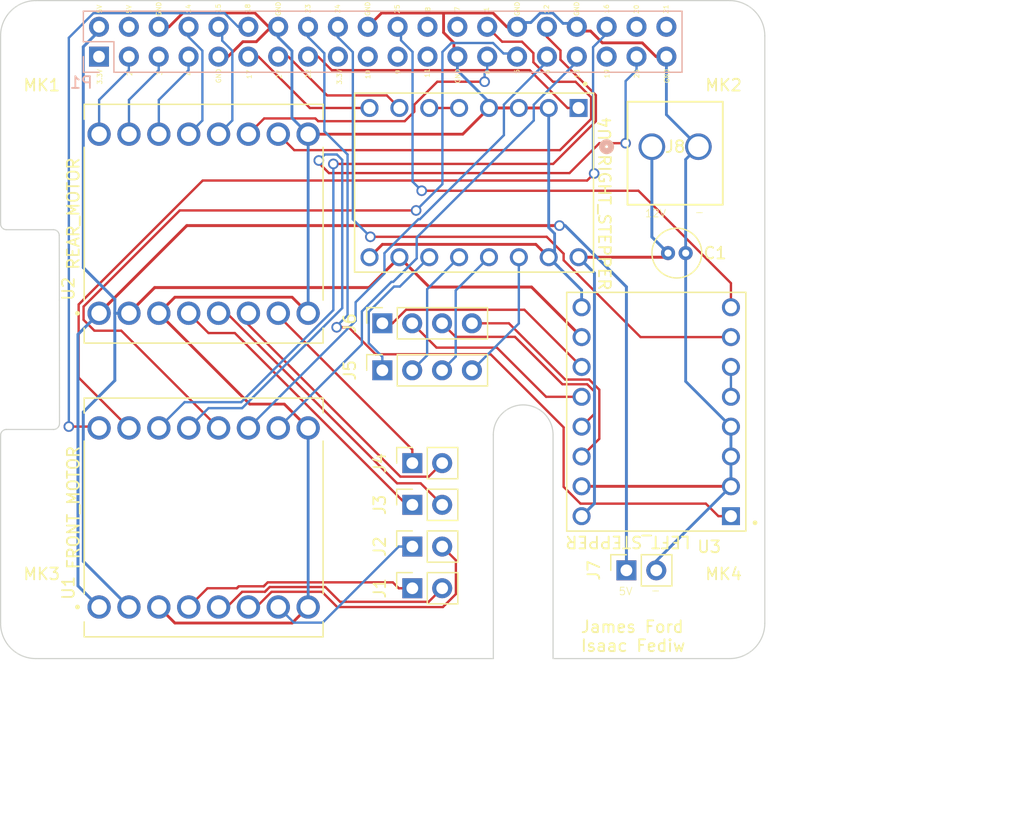
<source format=kicad_pcb>
(kicad_pcb (version 20241229) (generator "pcbnew") (generator_version "9.0")
  (title_block (date "15 nov 2012"))
  (layers (0 "F.Cu" signal) (2 "B.Cu" signal) (13 "F.Paste" user) (15 "B.Paste" user) (5 "F.SilkS" user "F.Silkscreen") (7 "B.SilkS" user "B.Silkscreen") (1 "F.Mask" user) (3 "B.Mask" user) (25 "Edge.Cuts" user))
  (net 0 "")
  (net 1 "+3V3")
  (net 2 "+5V")
  (net 3 "GND")
  (net 4 "LF motor +ve")
  (net 5 "LF motor -ve")
  (net 6 "RF motor +ve")
  (net 7 "RF motor -ve")
  (net 8 "LR motor -ve")
  (net 9 "LR motor +ve")
  (net 10 "RR motor -ve")
  (net 11 "RR motor +ve")
  (net 12 "RIGHT STEPPER BLK")
  (net 13 "RIGHT STEPPER BLUE")
  (net 14 "RIGHT STEPPER RED")
  (net 15 "RIGHT STEPPER GREEN")
  (net 16 "LEFT STEPPER RED")
  (net 17 "LEFT STEPPER BLUE")
  (net 18 "LEFT STEPPER BLK")
  (net 19 "LEFT STEPPER GREEN")
  (net 20 "GPIO 2")
  (net 21 "/GPIO7(SPI1_CE_N)")
  (net 22 "GPIO 22")
  (net 23 "GPIO 27")
  (net 24 "/GPIO19(SPI1_MISO)")
  (net 25 "GPIO 17")
  (net 26 "/DO1")
  (net 27 "/DO2")
  (net 28 "GPIO 16")
  (net 29 "/ADCDIN")
  (net 30 "/ADCDOUT")
  (net 31 "/ADCCLK")
  (net 32 "GPIO 23")
  (net 33 "GPIO 1")
  (net 34 "GPIO 15")
  (net 35 "GPIO 26")
  (net 36 "GPIO 4")
  (net 37 "GPIO 25")
  (net 38 "GPIO 0")
  (net 39 "GPO 3")
  (net 40 "GPIO 5")
  (net 41 "GPIO 12")
  (net 42 "GPIO 13")
  (net 43 "GPIO 18")
  (net 44 "GPIO 14")
  (net 45 "GPIO 24")
  (net 46 "GPIO 6")
  (net 47 "5V battery")
  (net 48 "12V battery")
  (net 49 "/GPIO8(SPI0_CE_N)")
  (net 50 "Net-(U3-~{RESET})")
  (net 51 "Net-(U4-~{RESET})")
  (footprint "MountingHole:MountingHole_2.7mm_M2.5" (layer "F.Cu") (at 133.23 99.51)
    (property "Reference" "MK4")
    (property "Value" "M2.5")
  )
  (footprint "MountingHole:MountingHole_2.7mm_M2.5" (layer "F.Cu") (at 75.23 99.51)
    (property "Reference" "MK3")
    (property "Value" "M2.5")
  )
  (footprint "MountingHole:MountingHole_2.7mm_M2.5" (layer "F.Cu") (at 75.23 50.51 180)
    (property "Reference" "MK1")
    (property "Value" "M2.5")
  )
  (footprint "MountingHole:MountingHole_2.7mm_M2.5" (layer "F.Cu") (at 133.23 50.51 180)
    (property "Reference" "MK2")
    (property "Value" "M2.5")
  )
  (footprint "CONN_B2P-VH_JST:CONN_B2P-VH_JST" (layer "F.Cu") (at 127.1249 59.4455)
    (property "Reference" "J8")
    (property "Value" "12V battery")
  )
  (footprint "footprints:MODULE_ROB-14450" (layer "F.Cu") (at 89 66 90)
    (property "Reference" "U2")
    (property "Value" "TB6612FNG_MOTOR_DRIVER_REAR")
  )
  (footprint "A4988 stepper driver:MODULE_A4988_STEPPER_MOTOR_DRIVER_CARRIER" (layer "F.Cu") (at 127.5 82 180)
    (property "Reference" "U3")
    (property "Value" "A4988_STEPPER_MOTOR_DRIVER_CARRIER_LEFT")
  )
  (footprint "footprints:MODULE_ROB-14450" (layer "F.Cu") (at 89 91 90)
    (property "Reference" "U1")
    (property "Value" "TB6612FNG_MOTOR_DRIVER_FRONT")
  )
  (footprint "Connector_PinSocket_2.54mm:PinSocket_1x02_P2.54mm_Vertical" (layer "F.Cu") (at 124.96 95.5 90)
    (property "Reference" "J7")
    (property "Value" "5.5V battery")
  )
  (footprint "A4988 stepper driver:MODULE_A4988_STEPPER_MOTOR_DRIVER_CARRIER" (layer "F.Cu") (at 112 62.5 -90)
    (property "Reference" "U4")
    (property "Value" "A4988_STEPPER_MOTOR_DRIVER_CARRIER_RIGHT")
  )
  (footprint "Connector_PinSocket_2.54mm:PinSocket_1x04_P2.54mm_Vertical" (layer "F.Cu") (at 104.2 74.475 90)
    (property "Reference" "J6")
    (property "Value" "STEPPER LEFT")
  )
  (footprint "Connector_PinSocket_2.54mm:PinSocket_1x02_P2.54mm_Vertical" (layer "F.Cu") (at 106.75 89.925 90)
    (property "Reference" "J3")
    (property "Value" "LEFT REAR MOTOR")
  )
  (footprint "Connector_PinSocket_2.54mm:PinSocket_1x02_P2.54mm_Vertical" (layer "F.Cu") (at 106.75 93.475 90)
    (property "Reference" "J2")
    (property "Value" "RIGHT FRONT MOTOR")
  )
  (footprint "Capacitor_THT:C_Radial_D4.0mm_H7.0mm_P1.50mm" (layer "F.Cu") (at 128.5 68.5)
    (property "Reference" "C1")
    (property "Value" "1uF")
  )
  (footprint "Connector_PinSocket_2.54mm:PinSocket_1x02_P2.54mm_Vertical" (layer "F.Cu") (at 106.75 86.375 90)
    (property "Reference" "J4")
    (property "Value" "RIGHT REAR MOTOR")
  )
  (footprint "Connector_PinSocket_2.54mm:PinSocket_1x02_P2.54mm_Vertical" (layer "F.Cu") (at 106.75 97.025 90)
    (property "Reference" "J1")
    (property "Value" "LEFT FRONT MOTOR")
  )
  (footprint "Connector_PinSocket_2.54mm:PinSocket_1x04_P2.54mm_Vertical" (layer "F.Cu") (at 104.2 78.475 90)
    (property "Reference" "J5")
    (property "Value" "STEPPER RIGHT")
  )
  (footprint "Connector_PinSocket_2.54mm:PinSocket_2x20_P2.54mm_Vertical" (layer "B.Cu") (at 80.1 51.78 -90)
    (property "Reference" "P1")
    (property "Value" "Conn_02x20_Odd_Even")
  )
  (gr_line (start 71.73 84.01) (end 71.73 100.01) (stroke (width 0.1)) (layer "Edge.Cuts"))
  (gr_line (start 136.73 100.01) (end 136.73 50.01) (stroke (width 0.1)) (layer "Edge.Cuts"))
  (gr_line (start 76.23 83.510099) (end 72.23 83.51) (stroke (width 0.1)) (layer "Edge.Cuts"))
  (gr_arc (start 113.64 83.96) (mid 116.18 81.42) (end 118.72 83.96) (stroke (width 0.1)) (layer "Edge.Cuts"))
  (gr_line (start 118.72 83.96) (end 118.72 103.01) (stroke (width 0.1)) (layer "Edge.Cuts"))
  (gr_arc (start 133.73 47.01) (mid 135.85132 47.88868) (end 136.73 50.01) (stroke (width 0.1)) (layer "Edge.Cuts"))
  (gr_arc (start 72.23 66.51) (mid 71.876447 66.363553) (end 71.73 66.01) (stroke (width 0.1)) (layer "Edge.Cuts"))
  (gr_arc (start 136.73 100.01) (mid 135.85132 102.13132) (end 133.73 103.01) (stroke (width 0.1)) (layer "Edge.Cuts"))
  (gr_arc (start 71.73 84.01) (mid 71.876138 83.656755) (end 72.229127 83.510001) (stroke (width 0.1)) (layer "Edge.Cuts"))
  (gr_arc (start 74.73 103.01) (mid 72.60868 102.13132) (end 71.73 100.01) (stroke (width 0.1)) (layer "Edge.Cuts"))
  (gr_arc (start 71.73 50.01) (mid 72.60868 47.88868) (end 74.73 47.01) (stroke (width 0.1)) (layer "Edge.Cuts"))
  (gr_line (start 133.73 47.01) (end 74.73 47.01) (stroke (width 0.1)) (layer "Edge.Cuts"))
  (gr_line (start 71.73 50.01) (end 71.73 66.01) (stroke (width 0.1)) (layer "Edge.Cuts"))
  (gr_line (start 133.73 103.01) (end 118.72 103.01) (stroke (width 0.1)) (layer "Edge.Cuts"))
  (gr_line (start 76.72 67) (end 76.73 72.5) (stroke (width 0.1)) (layer "Edge.Cuts"))
  (gr_line (start 76.740099 83) (end 76.73 72.5) (stroke (width 0.1)) (layer "Edge.Cuts"))
  (gr_line (start 74.73 103.01) (end 113.64 103.01) (stroke (width 0.1)) (layer "Edge.Cuts"))
  (gr_arc (start 76.23 66.51) (mid 76.576482 66.653518) (end 76.72 67) (stroke (width 0.1)) (layer "Edge.Cuts"))
  (gr_line (start 76.23 66.51) (end 72.23 66.51) (stroke (width 0.1)) (layer "Edge.Cuts"))
  (gr_arc (start 76.740099 83) (mid 76.590694 83.360694) (end 76.23 83.510099) (stroke (width 0.1)) (layer "Edge.Cuts"))
  (gr_line (start 113.64 103.01) (end 113.64 83.96) (stroke (width 0.1)) (layer "Edge.Cuts"))
  (gr_text "-" (at 130.728544 65.386099 0) (layer "F.SilkS") (effects (font (size 0.65 0.65) (thickness 0.0625)) (justify left bottom)))
  (gr_text "5V" (at 124.264048 97.66822 0) (layer "F.SilkS") (effects (font (size 0.65 0.65) (thickness 0.0625)) (justify left bottom)))
  (gr_text "2" (at 82.949377 53.45581 90) (layer "F.SilkS") (effects (font (size 0.4 0.4) (thickness 0.0625)) (justify left bottom)))
  (gr_text "James Ford\nIsaac Fediw" (at 121 102.5 0) (layer "F.SilkS") (effects (font (size 1 1)) (justify left bottom)))
  (gr_text "5V" (at 80.374226 48.129345 90) (layer "F.SilkS") (effects (font (size 0.4 0.4) (thickness 0.0625)) (justify left bottom)))
  (gr_text "22" (at 98.142394 53.68361 90) (layer "F.SilkS") (effects (font (size 0.4 0.4) (thickness 0.0625)) (justify left bottom)))
  (gr_text "3.3V" (at 80.399279 54.183505 90) (layer "F.SilkS") (effects (font (size 0.4 0.4) (thickness 0.0625)) (justify left bottom)))
  (gr_text "REAR_MOTOR" (at 78.5 70 90) (layer "F.SilkS") (effects (font (size 1 1)) (justify left bottom)))
  (gr_text "4" (at 88.017935 53.449482 90) (layer "F.SilkS") (effects (font (size 0.4 0.4) (thickness 0.0625)) (justify left bottom)))
  (gr_text "9" (at 105.767377 53.329254 90) (layer "F.SilkS") (effects (font (size 0.4 0.4) (thickness 0.0625)) (justify left bottom)))
  (gr_text "GND\n" (at 85.422175 48.373751 90) (layer "F.SilkS") (effects (font (size 0.4 0.4) (thickness 0.0625)) (justify left bottom)))
  (gr_text "11" (at 108.254198 53.601349 90) (layer "F.SilkS") (effects (font (size 0.4 0.4) (thickness 0.0625)) (justify left bottom)))
  (gr_text "19" (at 123.548459 53.664627 90) (layer "F.SilkS") (effects (font (size 0.4 0.4) (thickness 0.0625)) (justify left bottom)))
  (gr_text "14\n" (at 87.941449 48.129345 90) (layer "F.SilkS") (effects (font (size 0.4 0.4) (thickness 0.0625)) (justify left bottom)))
  (gr_text "GND" (at 110.84859 54.101244 90) (layer "F.SilkS") (effects (font (size 0.4 0.4) (thickness 0.0625)) (justify left bottom)))
  (gr_text "GND" (at 90.511921 54.076038 90) (layer "F.SilkS") (effects (font (size 0.4 0.4) (thickness 0.0625)) (justify left bottom)))
  (gr_text "GND" (at 128.636 54.082261 90) (layer "F.SilkS") (effects (font (size 0.4 0.4) (thickness 0.0625)) (justify left bottom)))
  (gr_text "8" (at 108.310795 47.96878 90) (layer "F.SilkS") (effects (font (size 0.4 0.4) (thickness 0.0625)) (justify left bottom)))
  (gr_text "GND" (at 95.583875 48.364351 90) (layer "F.SilkS") (effects (font (size 0.4 0.4) (thickness 0.0625)) (justify left bottom)))
  (gr_text "FRONT_MOTOR" (at 78.5 95.5 90) (layer "F.SilkS") (effects (font (size 1 1)) (justify left bottom)))
  (gr_text "21" (at 128.56005 48.157545 90) (layer "F.SilkS") (effects (font (size 0.4 0.4) (thickness 0.0625)) (justify left bottom)))
  (gr_text "12" (at 118.39835 48.157545 90) (layer "F.SilkS") (effects (font (size 0.4 0.4) (thickness 0.0625)) (justify left bottom)))
  (gr_text "18" (at 92.989398 48.091743 90) (layer "F.SilkS") (effects (font (size 0.4 0.4) (thickness 0.0625)) (justify left bottom)))
  (gr_text "GND" (at 120.964625 48.364351 90) (layer "F.SilkS") (effects (font (size 0.4 0.4) (thickness 0.0625)) (justify left bottom)))
  (gr_text "25" (at 105.698574 48.148145 90) (layer "F.SilkS") (effects (font (size 0.4 0.4) (thickness 0.0625)) (justify left bottom)))
  (gr_text "27" (at 95.668229 53.708921 90) (layer "F.SilkS") (effects (font (size 0.4 0.4) (thickness 0.0625)) (justify left bottom)))
  (gr_text "0" (at 113.386033 53.34191 90) (layer "F.SilkS") (effects (font (size 0.4 0.4) (thickness 0.0625)) (justify left bottom)))
  (gr_text "6" (at 118.467246 53.297615 90) (layer "F.SilkS") (effects (font (size 0.4 0.4) (thickness 0.0625)) (justify left bottom)))
  (gr_text "3" (at 85.499475 53.417843 90) (layer "F.SilkS") (effects (font (size 0.4 0.4) (thickness 0.0625)) (justify left bottom)))
  (gr_text "5V" (at 82.8841 48.148145 90) (layer "F.SilkS") (effects (font (size 0.4 0.4) (thickness 0.0625)) (justify left bottom)))
  (gr_text "-" (at 127 97.582794 0) (layer "F.SilkS") (effects (font (size 0.65 0.65) (thickness 0.0625)) (justify left bottom)))
  (gr_text "LEFT_STEPPER" (at 130.5 92.5 180) (layer "F.SilkS") (effects (font (size 1 1)) (justify left bottom)))
  (gr_text "RIGHT_STEPPER" (at 122.5 60 270) (layer "F.SilkS") (effects (font (size 1 1)) (justify left bottom)))
  (gr_text "10" (at 103.204624 53.721577 90) (layer "F.SilkS") (effects (font (size 0.4 0.4) (thickness 0.0625)) (justify left bottom)))
  (gr_text "GND" (at 103.1887 48.364351 90) (layer "F.SilkS") (effects (font (size 0.4 0.4) (thickness 0.0625)) (justify left bottom)))
  (gr_text "20" (at 126.050176 48.166945 90) (layer "F.SilkS") (effects (font (size 0.4 0.4) (thickness 0.0625)) (justify left bottom)))
  (gr_text "23" (at 98.103149 48.119944 90) (layer "F.SilkS") (effects (font (size 0.4 0.4) (thickness 0.0625)) (justify left bottom)))
  (gr_text "3.3V" (at 100.788247 54.196266 90) (layer "F.SilkS") (effects (font (size 0.4 0.4) (thickness 0.0625)) (justify left bottom)))
  (gr_text "13" (at 121.004688 53.670955 90) (layer "F.SilkS") (effects (font (size 0.4 0.4) (thickness 0.0625)) (justify left bottom)))
  (gr_text "5" (at 115.891837 53.278632 90) (layer "F.SilkS") (effects (font (size 0.4 0.4) (thickness 0.0625)) (justify left bottom)))
  (gr_text "12V" (at 126.5 65.5 0) (layer "F.SilkS") (effects (font (size 0.65 0.65) (thickness 0.0625)) (justify left bottom)))
  (gr_text "7" (at 110.812325 47.950739 90) (layer "F.SilkS") (effects (font (size 0.4 0.4) (thickness 0.0625)) (justify left bottom)))
  (gr_text "1" (at 113.293999 47.97894 90) (layer "F.SilkS") (effects (font (size 0.4 0.4) (thickness 0.0625)) (justify left bottom)))
  (gr_text "26" (at 126.073246 53.658299 90) (layer "F.SilkS") (effects (font (size 0.4 0.4) (thickness 0.0625)) (justify left bottom)))
  (gr_text "24" (at 100.631824 48.129344 90) (layer "F.SilkS") (effects (font (size 0.4 0.4) (thickness 0.0625)) (justify left bottom)))
  (gr_text "16" (at 123.5027 48.129344 90) (layer "F.SilkS") (effects (font (size 0.4 0.4) (thickness 0.0625)) (justify left bottom)))
  (gr_text "17" (at 93.118131 53.715249 90) (layer "F.SilkS") (effects (font (size 0.4 0.4) (thickness 0.0625)) (justify left bottom)))
  (gr_text "15" (at 90.479524 48.091743 90) (layer "F.SilkS") (effects (font (size 0.4 0.4) (thickness 0.0625)) (justify left bottom)))
  (gr_text "GND" (at 115.907276 48.364351 90) (layer "F.SilkS") (effects (font (size 0.4 0.4) (thickness 0.0625)) (justify left bottom)))
  (segment (start 84.8371 71.4329) (end 103.0672 71.4329) (width 0.25) (layer "F.Cu") (net 2))
  (segment (start 108.1905 71.3905) (end 105.65 68.85) (width 0.25) (layer "F.Cu") (net 2))
  (segment (start 116.8905 71.3905) (end 108.1905 71.3905) (width 0.25) (layer "F.Cu") (net 2))
  (segment (start 82.65 73.62) (end 84.8371 71.4329) (width 0.25) (layer "F.Cu") (net 2))
  (segment (start 121.15 75.65) (end 116.8905 71.3905) (width 0.25) (layer "F.Cu") (net 2))
  (segment (start 103.0672 71.4328) (end 105.65 68.85) (width 0.25) (layer "F.Cu") (net 2))
  (segment (start 103.0672 71.4329) (end 103.0672 71.4328) (width 0.25) (layer "F.Cu") (net 2))
  (segment (start 80.1 49.24) (end 80.1 49.6077) (width 0.25) (layer "B.Cu") (net 2))
  (segment (start 78.7637 69.7336) (end 81.446 72.4159) (width 0.25) (layer "B.Cu") (net 2))
  (segment (start 81.446 73.62) (end 82.65 73.62) (width 0.25) (layer "B.Cu") (net 2))
  (segment (start 78.7637 82.0283) (end 78.7637 94.7337) (width 0.25) (layer "B.Cu") (net 2))
  (segment (start 80.1 49.6077) (end 78.7637 50.944) (width 0.25) (layer "B.Cu") (net 2))
  (segment (start 81.446 79.346) (end 78.7637 82.0283) (width 0.25) (layer "B.Cu") (net 2))
  (segment (start 81.446 72.4159) (end 81.446 73.62) (width 0.25) (layer "B.Cu") (net 2))
  (segment (start 78.7637 94.7337) (end 82.65 98.62) (width 0.25) (layer "B.Cu") (net 2))
  (segment (start 78.7637 50.944) (end 78.7637 69.7336) (width 0.25) (layer "B.Cu") (net 2))
  (segment (start 81.446 73.62) (end 81.446 79.346) (width 0.25) (layer "B.Cu") (net 2))
  (segment (start 85.19 73.62) (end 92.9207 81.3507) (width 0.24) (layer "F.Cu") (net 3))
  (segment (start 97.89 98.62) (end 96.5283 99.9817) (width 0.24) (layer "F.Cu") (net 3))
  (segment (start 93.3555 48.063) (end 94.5325 49.24) (width 0.24) (layer "F.Cu") (net 3))
  (segment (start 128.36 51.78) (end 127.4813 51.78) (width 0.24) (layer "F.Cu") (net 3))
  (segment (start 96.5232 72.2532) (end 97.89 73.62) (width 0.24) (layer "F.Cu") (net 3))
  (segment (start 110.287 50.6083) (end 110.287 51.487) (width 0.24) (layer "F.Cu") (net 3))
  (segment (start 85.18 49.24) (end 86.0588 49.24) (width 0.24) (layer "F.Cu") (net 3))
  (segment (start 86.0588 49.24) (end 87.2358 48.063) (width 0.24) (layer "F.Cu") (net 3))
  (segment (start 93.4842 50.51) (end 94.7542 49.24) (width 0.24) (layer "F.Cu") (net 3))
  (segment (start 121.9117 49.6042) (end 121.1042 49.6042) (width 0.24) (layer "F.Cu") (net 3))
  (segment (start 97.89 58.38) (end 111.04 58.38) (width 0.24) (layer "F.Cu") (net 3))
  (segment (start 90.26 51.78) (end 91.0675 51.78) (width 0.24) (layer "F.Cu") (net 3))
  (segment (start 86.5517 99.9817) (end 85.19 98.62) (width 0.24) (layer "F.Cu") (net 3))
  (segment (start 95.8607 81.3507) (end 97.89 83.38) (width 0.24) (layer "F.Cu") (net 3))
  (segment (start 92.9207 81.3507) (end 95.8607 81.3507) (width 0.24) (layer "F.Cu") (net 3))
  (segment (start 114.7365 56.15) (end 118.35 56.15) (width 0.24) (layer "F.Cu") (net 3))
  (segment (start 94.5325 49.24) (end 95.34 49.24) (width 0.24) (layer "F.Cu") (net 3))
  (segment (start 127.4813 51.78) (end 126.3096 50.6083) (width 0.24) (layer "F.Cu") (net 3))
  (segment (start 113.6096 48.0683) (end 109.4083 48.0683) (width 0.24) (layer "F.Cu") (net 3))
  (segment (start 114.7365 56.15) (end 113.27 56.15) (width 0.24) (layer "F.Cu") (net 3))
  (segment (start 86.5568 72.2532) (end 96.5232 72.2532) (width 0.24) (layer "F.Cu") (net 3))
  (segment (start 104.1317 48.0683) (end 104.5 48.0683) (width 0.24) (layer "F.Cu") (net 3))
  (segment (start 91.0675 51.78) (end 92.3375 50.51) (width 0.24) (layer "F.Cu") (net 3))
  (segment (start 109.4083 49.7296) (end 109.4083 48.0683) (width 0.24) (layer "F.Cu") (net 3))
  (segment (start 111.04 58.38) (end 113.27 56.15) (width 0.24) (layer "F.Cu") (net 3))
  (segment (start 96.5283 99.9817) (end 86.5517 99.9817) (width 0.24) (layer "F.Cu") (net 3))
  (segment (start 85.19 73.62) (end 86.5568 72.2532) (width 0.24) (layer "F.Cu") (net 3))
  (segment (start 115.66 49.24) (end 114.7813 49.24) (width 0.24) (layer "F.Cu") (net 3))
  (segment (start 104.2025 67.7575) (end 117.2575 67.7575) (width 0.24) (layer "F.Cu") (net 3))
  (segment (start 115.81 56.15) (end 114.7365 56.15) (width 0.24) (layer "F.Cu") (net 3))
  (segment (start 114.7813 49.24) (end 113.6096 48.0683) (width 0.24) (layer "F.Cu") (net 3))
  (segment (start 117.2575 67.7575) (end 118.35 68.85) (width 0.24) (layer "F.Cu") (net 3))
  (segment (start 126.3096 50.6083) (end 122.9158 50.6083) (width 0.24) (layer "F.Cu") (net 3))
  (segment (start 94.7542 49.24) (end 95.34 49.24) (width 0.24) (layer "F.Cu") (net 3))
  (segment (start 121.1042 49.6042) (end 120.74 49.24) (width 0.24) (layer "F.Cu") (net 3))
  (segment (start 122.9158 50.6083) (end 121.9117 49.6042) (width 0.24) (layer "F.Cu") (net 3))
  (segment (start 92.3375 50.51) (end 93.4842 50.51) (width 0.24) (layer "F.Cu") (net 3))
  (segment (start 110.287 51.487) (end 110.58 51.78) (width 0.24) (layer "F.Cu") (net 3))
  (segment (start 103.11 68.85) (end 104.2025 67.7575) (width 0.24) (layer "F.Cu") (net 3))
  (segment (start 102.96 49.24) (end 104.1317 48.0683) (width 0.24) (layer "F.Cu") (net 3))
  (segment (start 87.2358 48.063) (end 93.3555 48.063) (width 0.24) (layer "F.Cu") (net 3))
  (segment (start 104.5 48.0683) (end 109.4083 48.0683) (width 0.24) (layer "F.Cu") (net 3))
  (segment (start 110.287 50.6083) (end 109.4083 49.7296) (width 0.24) (layer "F.Cu") (net 3))
  (segment (start 121.15 88.35) (end 133.85 88.35) (width 0.24) (layer "F.Cu") (net 3))
  (segment (start 118.35 68.85) (end 119.1875 69.6875) (width 0.24) (layer "B.Cu") (net 3))
  (segment (start 128.36 56.7206) (end 131.0849 59.4455) (width 0.24) (layer "B.Cu") (net 3))
  (segment (start 133.85 88.35) (end 133.85 85.81) (width 0.24) (layer "B.Cu") (net 3))
  (segment (start 95.34 49.24) (end 95.34 50.1187) (width 0.24) (layer "B.Cu") (net 3))
  (segment (start 127.5 94.7) (end 133.85 88.35) (width 0.24) (layer "B.Cu") (net 3))
  (segment (start 130 79.42) (end 133.85 83.27) (width 0.24) (layer "B.Cu") (net 3))
  (segment (start 118.8527 69.3527) (end 119.1875 69.6875) (width 0.24) (layer "B.Cu") (net 3))
  (segment (start 110.58 52.9517) (end 113.27 55.6417) (width 0.24) (layer "B.Cu") (net 3))
  (segment (start 120.4471 48.9471) (end 120.74 49.24) (width 0.24) (layer "B.Cu") (net 3))
  (segment (start 130 60.5304) (end 130 68.5) (width 0.24) (layer "B.Cu") (net 3))
  (segment (start 113.27 55.6417) (end 113.27 56.15) (width 0.24) (layer "B.Cu") (net 3))
  (segment (start 119.5683 48.9471) (end 118.6863 48.0651) (width 0.24) (layer "B.Cu") (net 3))
  (segment (start 97.89 73.62) (end 97.89 58.38) (width 0.24) (layer "B.Cu") (net 3))
  (segment (start 116.0242 48.8758) (end 115.66 49.24) (width 0.24) (layer "B.Cu") (net 3))
  (segment (start 96.5117 51.2904) (end 96.5117 57.0017) (width 0.24) (layer "B.Cu") (net 3))
  (segment (start 95.34 50.1187) (end 96.5117 51.2904) (width 0.24) (layer "B.Cu") (net 3))
  (segment (start 118.6863 48.0651) (end 117.6424 48.0651) (width 0.24) (layer "B.Cu") (net 3))
  (segment (start 96.5117 57.0017) (end 97.89 58.38) (width 0.24) (layer "B.Cu") (net 3))
  (segment (start 97.89 83.38) (end 97.89 98.62) (width 0.24) (layer "B.Cu") (net 3))
  (segment (start 118.35 56.15) (end 118.35 66.3342) (width 0.24) (layer "B.Cu") (net 3))
  (segment (start 131.0849 59.4455) (end 130 60.5304) (width 0.24) (layer "B.Cu") (net 3))
  (segment (start 119.5683 48.9471) (end 120.4471 48.9471) (width 0.24) (layer "B.Cu") (net 3))
  (segment (start 121.15 71.65) (end 121.15 73.11) (width 0.24) (layer "B.Cu") (net 3))
  (segment (start 128.36 51.78) (end 128.36 56.7206) (width 0.24) (layer "B.Cu") (net 3))
  (segment (start 118.35 66.3342) (end 118.8527 66.8369) (width 0.24) (layer "B.Cu") (net 3))
  (segment (start 133.85 85.81) (end 133.85 83.27) (width 0.24) (layer "B.Cu") (net 3))
  (segment (start 110.58 51.78) (end 110.58 52.9517) (width 0.24) (layer "B.Cu") (net 3))
  (segment (start 118.8527 66.8369) (end 118.8527 69.3527) (width 0.24) (layer "B.Cu") (net 3))
  (segment (start 116.8317 48.8758) (end 116.0242 48.8758) (width 0.24) (layer "B.Cu") (net 3))
  (segment (start 127.5 95.5) (end 127.5 94.7) (width 0.24) (layer "B.Cu") (net 3))
  (segment (start 119.1875 69.6875) (end 121.15 71.65) (width 0.24) (layer "B.Cu") (net 3))
  (segment (start 117.6424 48.0651) (end 116.8317 48.8758) (width 0.24) (layer "B.Cu") (net 3))
  (segment (start 130 68.5) (end 130 79.42) (width 0.24) (layer "B.Cu") (net 3))
  (segment (start 94.3801 97.1588) (end 94.2153 97.3236) (width 0.2) (layer "F.Cu") (net 4))
  (segment (start 109.29 97.025) (end 108.1383 98.1767) (width 0.2) (layer "F.Cu") (net 4))
  (segment (start 108.1383 98.1767) (end 100.6041 98.1767) (width 0.2) (layer "F.Cu") (net 4))
  (segment (start 99.3508 96.9234) (end 94.6155 96.9234) (width 0.2) (layer "F.Cu") (net 4))
  (segment (start 94.2153 97.3236) (end 92.2797 97.3236) (width 0.2) (layer "F.Cu") (net 4))
  (segment (start 92.2797 97.3236) (end 90.9833 98.62) (width 0.2) (layer "F.Cu") (net 4))
  (segment (start 94.6155 96.9234) (end 94.3801 97.1588) (width 0.2) (layer "F.Cu") (net 4))
  (segment (start 100.6041 98.1767) (end 99.3508 96.9234) (width 0.2) (layer "F.Cu") (net 4))
  (segment (start 94.3801 97.1588) (end 94.2153 97.3236) (width 0.2) (layer "F.Cu") (net 4))
  (segment (start 90.9833 98.62) (end 90.27 98.62) (width 0.2) (layer "F.Cu") (net 4))
  (segment (start 91.8253 97.0235) (end 89.3265 97.0235) (width 0.2) (layer "F.Cu") (net 5))
  (segment (start 94.2138 96.7571) (end 94.1122 96.8587) (width 0.2) (layer "F.Cu") (net 5))
  (segment (start 91.9901 96.8587) (end 91.8253 97.0235) (width 0.2) (layer "F.Cu") (net 5))
  (segment (start 105.5983 97.025) (end 105.095 96.5217) (width 0.2) (layer "F.Cu") (net 5))
  (segment (start 105.095 96.5217) (end 94.4492 96.5217) (width 0.2) (layer "F.Cu") (net 5))
  (segment (start 94.4492 96.5217) (end 94.2138 96.7571) (width 0.2) (layer "F.Cu") (net 5))
  (segment (start 106.75 97.025) (end 105.5983 97.025) (width 0.2) (layer "F.Cu") (net 5))
  (segment (start 94.2138 96.7571) (end 94.1122 96.8587) (width 0.2) (layer "F.Cu") (net 5))
  (segment (start 89.3265 97.0235) (end 87.73 98.62) (width 0.2) (layer "F.Cu") (net 5))
  (segment (start 91.9901 96.8587) (end 91.8253 97.0235) (width 0.2) (layer "F.Cu") (net 5))
  (segment (start 94.1122 96.8587) (end 91.9901 96.8587) (width 0.2) (layer "F.Cu") (net 5))
  (segment (start 93.4869 98.62) (end 92.81 98.62) (width 0.2) (layer "F.Cu") (net 6))
  (segment (start 94.7818 97.3251) (end 93.4869 98.62) (width 0.2) (layer "F.Cu") (net 6))
  (segment (start 110.4562 97.518) (end 109.3493 98.6249) (width 0.2) (layer "F.Cu") (net 6))
  (segment (start 109.29 93.475) (end 110.4562 94.6412) (width 0.2) (layer "F.Cu") (net 6))
  (segment (start 99.0628 97.3251) (end 94.7818 97.3251) (width 0.2) (layer "F.Cu") (net 6))
  (segment (start 109.3493 98.6249) (end 100.3626 98.6249) (width 0.2) (layer "F.Cu") (net 6))
  (segment (start 110.4562 94.6412) (end 110.4562 97.518) (width 0.2) (layer "F.Cu") (net 6))
  (segment (start 100.3626 98.6249) (end 99.0628 97.3251) (width 0.2) (layer "F.Cu") (net 6))
  (segment (start 95.35 98.62) (end 96.6789 99.9489) (width 0.2) (layer "B.Cu") (net 7))
  (segment (start 106.75 93.475) (end 105.5983 93.475) (width 0.2) (layer "B.Cu") (net 7))
  (segment (start 96.6789 99.9489) (end 99.1244 99.9489) (width 0.2) (layer "B.Cu") (net 7))
  (segment (start 99.1244 99.9489) (end 105.5983 93.475) (width 0.2) (layer "B.Cu") (net 7))
  (segment (start 105.4519 88.0911) (end 107.4561 88.0911) (width 0.2) (layer "F.Cu") (net 8))
  (segment (start 90.9808 73.62) (end 105.4519 88.0911) (width 0.2) (layer "F.Cu") (net 8))
  (segment (start 107.4561 88.0911) (end 109.29 89.925) (width 0.2) (layer "F.Cu") (net 8))
  (segment (start 90.27 73.62) (end 90.9808 73.62) (width 0.2) (layer "F.Cu") (net 8))
  (segment (start 89.4152 75.3052) (end 87.73 73.62) (width 0.2) (layer "F.Cu") (net 9))
  (segment (start 91.6536 75.3052) (end 89.4152 75.3052) (width 0.2) (layer "F.Cu") (net 9))
  (segment (start 106.2734 89.925) (end 91.6536 75.3052) (width 0.2) (layer "F.Cu") (net 9))
  (segment (start 106.75 89.925) (end 106.2734 89.925) (width 0.2) (layer "F.Cu") (net 9))
  (segment (start 106.75 86.375) (end 106.75 85.2233) (width 0.2) (layer "F.Cu") (net 10))
  (segment (start 95.35 73.8233) (end 95.35 73.62) (width 0.2) (layer "F.Cu") (net 10))
  (segment (start 106.75 85.2233) (end 95.35 73.8233) (width 0.2) (layer "F.Cu") (net 10))
  (segment (start 92.81 74.6014) (end 105.7353 87.5267) (width 0.2) (layer "F.Cu") (net 11))
  (segment (start 108.1383 87.5267) (end 109.29 86.375) (width 0.2) (layer "F.Cu") (net 11))
  (segment (start 92.81 73.62) (end 92.81 74.6014) (width 0.2) (layer "F.Cu") (net 11))
  (segment (start 105.7353 87.5267) (end 108.1383 87.5267) (width 0.2) (layer "F.Cu") (net 11))
  (segment (start 115.81 74.485) (end 115.81 68.85) (width 0.2) (layer "B.Cu") (net 12))
  (segment (start 111.82 78.475) (end 115.81 74.485) (width 0.2) (layer "B.Cu") (net 12))
  (segment (start 108.0099 71.5701) (end 110.73 68.85) (width 0.2) (layer "B.Cu") (net 13))
  (segment (start 108.0099 77.2051) (end 108.0099 71.5701) (width 0.2) (layer "B.Cu") (net 13))
  (segment (start 106.74 78.475) (end 108.0099 77.2051) (width 0.2) (layer "B.Cu") (net 13))
  (segment (start 104.2 77.3233) (end 103.0483 76.1716) (width 0.2) (layer "B.Cu") (net 14))
  (segment (start 103.0483 76.1716) (end 103.0483 73.4934) (width 0.2) (layer "B.Cu") (net 14))
  (segment (start 103.0483 73.4934) (end 105.1942 71.3475) (width 0.2) (layer "B.Cu") (net 14))
  (segment (start 105.1942 71.3475) (end 105.6925 71.3475) (width 0.2) (layer "B.Cu") (net 14))
  (segment (start 104.2 78.475) (end 104.2 77.3233) (width 0.2) (layer "B.Cu") (net 14))
  (segment (start 105.6925 71.3475) (end 108.19 68.85) (width 0.2) (layer "B.Cu") (net 14))
  (segment (start 113.27 68.85) (end 110.44 71.68) (width 0.2) (layer "B.Cu") (net 15))
  (segment (start 110.44 77.315) (end 109.28 78.475) (width 0.2) (layer "B.Cu") (net 15))
  (segment (start 110.44 71.68) (end 110.44 77.315) (width 0.2) (layer "B.Cu") (net 15))
  (segment (start 105.0637 74.475) (end 106.2154 73.3233) (width 0.2) (layer "F.Cu") (net 16))
  (segment (start 116.2833 73.3233) (end 121.15 78.19) (width 0.2) (layer "F.Cu") (net 16))
  (segment (start 104.2 74.475) (end 105.0637 74.475) (width 0.2) (layer "F.Cu") (net 16))
  (segment (start 106.2154 73.3233) (end 116.2833 73.3233) (width 0.2) (layer "F.Cu") (net 16))
  (segment (start 118.1252 80.73) (end 113.9398 76.5446) (width 0.2) (layer "F.Cu") (net 17))
  (segment (start 108.8096 76.5446) (end 106.74 74.475) (width 0.2) (layer "F.Cu") (net 17))
  (segment (start 121.15 80.73) (end 118.1252 80.73) (width 0.2) (layer "F.Cu") (net 17))
  (segment (start 113.9398 76.5446) (end 108.8096 76.5446) (width 0.2) (layer "F.Cu") (net 17))
  (segment (start 111.82 74.475) (end 114.9657 74.475) (width 0.2) (layer "F.Cu") (net 18))
  (segment (start 121.79 79.2616) (end 122.6547 80.1263) (width 0.2) (layer "F.Cu") (net 18))
  (segment (start 119.7523 79.2616) (end 121.79 79.2616) (width 0.2) (layer "F.Cu") (net 18))
  (segment (start 122.6547 80.1263) (end 122.6547 84.3053) (width 0.2) (layer "F.Cu") (net 18))
  (segment (start 114.9657 74.475) (end 119.7523 79.2616) (width 0.2) (layer "F.Cu") (net 18))
  (segment (start 122.6547 84.3053) (end 121.15 85.81) (width 0.2) (layer "F.Cu") (net 18))
  (segment (start 109.28 74.475) (end 110.4332 75.6282) (width 0.2) (layer "F.Cu") (net 19))
  (segment (start 119.5154 79.6633) (end 121.6237 79.6633) (width 0.2) (layer "F.Cu") (net 19))
  (segment (start 122.253 80.2926) (end 122.253 82.167) (width 0.2) (layer "F.Cu") (net 19))
  (segment (start 121.6237 79.6633) (end 122.253 80.2926) (width 0.2) (layer "F.Cu") (net 19))
  (segment (start 115.4803 75.6282) (end 119.5154 79.6633) (width 0.2) (layer "F.Cu") (net 19))
  (segment (start 110.4332 75.6282) (end 115.4803 75.6282) (width 0.2) (layer "F.Cu") (net 19))
  (segment (start 122.253 82.167) (end 121.15 83.27) (width 0.2) (layer "F.Cu") (net 19))
  (segment (start 80.11 55.4617) (end 82.64 52.9317) (width 0.2) (layer "B.Cu") (net 20))
  (segment (start 82.64 51.78) (end 82.64 52.9317) (width 0.2) (layer "B.Cu") (net 20))
  (segment (start 80.11 58.38) (end 80.11 55.4617) (width 0.2) (layer "B.Cu") (net 20))
  (segment (start 120.89 56.15) (end 119.9566 56.15) (width 0.2) (layer "F.Cu") (net 22))
  (segment (start 116.7383 52.9317) (end 99.8954 52.9317) (width 0.2) (layer "F.Cu") (net 22))
  (segment (start 99.8954 52.9317) (end 98.7437 51.78) (width 0.2) (layer "F.Cu") (net 22))
  (segment (start 98.7437 51.78) (end 97.88 51.78) (width 0.2) (layer "F.Cu") (net 22))
  (segment (start 119.9566 56.15) (end 116.7383 52.9317) (width 0.2) (layer "F.Cu") (net 22))
  (segment (start 96.2038 51.78) (end 99.5056 55.0818) (width 0.2) (layer "F.Cu") (net 23))
  (segment (start 95.34 51.78) (end 96.2038 51.78) (width 0.2) (layer "F.Cu") (net 23))
  (segment (start 104.5818 55.0818) (end 105.65 56.15) (width 0.2) (layer "F.Cu") (net 23))
  (segment (start 99.5056 55.0818) (end 104.5818 55.0818) (width 0.2) (layer "F.Cu") (net 23))
  (segment (start 98.0338 56.15) (end 103.11 56.15) (width 0.2) (layer "F.Cu") (net 25))
  (segment (start 93.6638 51.78) (end 98.0338 56.15) (width 0.2) (layer "F.Cu") (net 25))
  (segment (start 92.8 51.78) (end 93.6638 51.78) (width 0.2) (layer "F.Cu") (net 25))
  (segment (start 121.6167 62.3236) (end 122.2149 61.7254) (width 0.2) (layer "F.Cu") (net 28))
  (segment (start 82.65 83.38) (end 78.3703 79.1003) (width 0.2) (layer "F.Cu") (net 28))
  (segment (start 78.3703 72.8732) (end 88.9199 62.3236) (width 0.2) (layer "F.Cu") (net 28))
  (segment (start 78.3703 79.1003) (end 78.3703 72.8732) (width 0.2) (layer "F.Cu") (net 28))
  (segment (start 88.9199 62.3236) (end 121.6167 62.3236) (width 0.2) (layer "F.Cu") (net 28))
  (via (at 122.2149 61.7254) (size 0.9) (drill 0.6) (layers "F.Cu" "B.Cu") (net 28))
  (segment (start 123.28 49.24) (end 123.28 49.8158) (width 0.2) (layer "B.Cu") (net 28))
  (segment (start 123.28 49.8158) (end 122.1241 50.9717) (width 0.2) (layer "B.Cu") (net 28))
  (segment (start 122.1241 50.9717) (end 122.1241 61.6346) (width 0.2) (layer "B.Cu") (net 28))
  (segment (start 122.1241 61.6346) (end 122.2149 61.7254) (width 0.2) (layer "B.Cu") (net 28))
  (segment (start 119.6208 83.3302) (end 119.6208 88.3921) (width 0.2) (layer "F.Cu") (net 32))
  (segment (start 119.6208 88.3921) (end 121.052 89.8233) (width 0.2) (layer "F.Cu") (net 32))
  (segment (start 101.332069 74.814669) (end 103.6285 77.1111) (width 0.2) (layer "F.Cu") (net 32))
  (segment (start 121.052 89.8233) (end 131.7166 89.8233) (width 0.2) (layer "F.Cu") (net 32))
  (segment (start 100.314669 74.814669) (end 101.332069 74.814669) (width 0.2) (layer "F.Cu") (net 32))
  (segment (start 132.7833 90.89) (end 133.85 90.89) (width 0.2) (layer "F.Cu") (net 32))
  (segment (start 113.4017 77.1111) (end 119.6208 83.3302) (width 0.2) (layer "F.Cu") (net 32))
  (segment (start 131.7166 89.8233) (end 132.7833 90.89) (width 0.2) (layer "F.Cu") (net 32))
  (segment (start 103.6285 77.1111) (end 113.4017 77.1111) (width 0.2) (layer "F.Cu") (net 32))
  (via (at 100.314669 74.814669) (size 0.9) (drill 0.6) (layers "F.Cu" "B.Cu") (net 32))
  (segment (start 100.314669 74.719731) (end 101.2419 73.7925) (width 0.2) (layer "B.Cu") (net 32))
  (segment (start 99.2683 58.1343) (end 99.2683 51.4921) (width 0.2) (layer "B.Cu") (net 32))
  (segment (start 97.88 50.1038) (end 97.88 49.24) (width 0.2) (layer "B.Cu") (net 32))
  (segment (start 99.2683 51.4921) (end 97.88 50.1038) (width 0.2) (layer "B.Cu") (net 32))
  (segment (start 101.2419 73.7925) (end 101.2419 60.1079) (width 0.2) (layer "B.Cu") (net 32))
  (segment (start 101.2419 60.1079) (end 99.2683 58.1343) (width 0.2) (layer "B.Cu") (net 32))
  (segment (start 117.0483 52.2571) (end 118.7126 53.9214) (width 0.2) (layer "F.Cu") (net 33))
  (segment (start 117.0483 51.48) (end 117.0483 52.2571) (width 0.2) (layer "F.Cu") (net 33))
  (segment (start 114.39 50.51) (end 116.0783 50.51) (width 0.2) (layer "F.Cu") (net 33))
  (segment (start 119.3061 59.741) (end 96.711 59.741) (width 0.2) (layer "F.Cu") (net 33))
  (segment (start 120.6379 53.9214) (end 121.9567 55.2402) (width 0.2) (layer "F.Cu") (net 33))
  (segment (start 121.9567 55.2402) (end 121.9567 57.0904) (width 0.2) (layer "F.Cu") (net 33))
  (segment (start 96.711 59.741) (end 95.35 58.38) (width 0.2) (layer "F.Cu") (net 33))
  (segment (start 121.9567 57.0904) (end 119.3061 59.741) (width 0.2) (layer "F.Cu") (net 33))
  (segment (start 118.7126 53.9214) (end 120.6379 53.9214) (width 0.2) (layer "F.Cu") (net 33))
  (segment (start 113.12 49.24) (end 114.39 50.51) (width 0.2) (layer "F.Cu") (net 33))
  (segment (start 116.0783 50.51) (end 117.0483 51.48) (width 0.2) (layer "F.Cu") (net 33))
  (segment (start 90.5781 49.5581) (end 90.5781 50.4219) (width 0.2) (layer "B.Cu") (net 34))
  (segment (start 90.26 49.24) (end 90.5781 49.5581) (width 0.2) (layer "B.Cu") (net 34))
  (segment (start 91.4417 57.2083) (end 90.27 58.38) (width 0.2) (layer "B.Cu") (net 34))
  (segment (start 91.4417 51.2855) (end 91.4417 57.2083) (width 0.2) (layer "B.Cu") (net 34))
  (segment (start 90.5781 50.4219) (end 91.4417 51.2855) (width 0.2) (layer "B.Cu") (net 34))
  (segment (start 122.6615 59.1489) (end 120.1202 61.6902) (width 0.2) (layer "F.Cu") (net 35))
  (segment (start 98.7968 60.8289) (end 98.7968 60.6193) (width 0.2) (layer "F.Cu") (net 35))
  (segment (start 124.8925 59.1489) (end 122.6615 59.1489) (width 0.2) (layer "F.Cu") (net 35))
  (segment (start 99.6581 61.6902) (end 98.7968 60.8289) (width 0.2) (layer "F.Cu") (net 35))
  (segment (start 120.1202 61.6902) (end 99.6581 61.6902) (width 0.2) (layer "F.Cu") (net 35))
  (via (at 124.8925 59.1489) (size 0.9) (drill 0.6) (layers "F.Cu" "B.Cu") (net 35))
  (via (at 98.7968 60.6193) (size 0.9) (drill 0.6) (layers "F.Cu" "B.Cu") (net 35))
  (segment (start 89.4117 81.6983) (end 92.2729 81.6983) (width 0.2) (layer "B.Cu") (net 35))
  (segment (start 100.7902 60.5648) (end 100.3333 60.1079) (width 0.2) (layer "B.Cu") (net 35))
  (segment (start 87.73 83.38) (end 89.4117 81.6983) (width 0.2) (layer "B.Cu") (net 35))
  (segment (start 100.3333 60.1079) (end 99.3082 60.1079) (width 0.2) (layer "B.Cu") (net 35))
  (segment (start 100.7902 73.181) (end 100.7902 60.5648) (width 0.2) (layer "B.Cu") (net 35))
  (segment (start 124.8925 53.8592) (end 125.82 52.9317) (width 0.2) (layer "B.Cu") (net 35))
  (segment (start 124.8925 59.1489) (end 124.8925 53.8592) (width 0.2) (layer "B.Cu") (net 35))
  (segment (start 125.82 51.78) (end 125.82 52.9317) (width 0.2) (layer "B.Cu") (net 35))
  (segment (start 99.3082 60.1079) (end 98.7968 60.6193) (width 0.2) (layer "B.Cu") (net 35))
  (segment (start 92.2729 81.6983) (end 100.7902 73.181) (width 0.2) (layer "B.Cu") (net 35))
  (segment (start 87.72 52.9317) (end 85.19 55.4617) (width 0.2) (layer "B.Cu") (net 36))
  (segment (start 87.72 51.78) (end 87.72 52.9317) (width 0.2) (layer "B.Cu") (net 36))
  (segment (start 85.19 55.4617) (end 85.19 58.38) (width 0.2) (layer "B.Cu") (net 36))
  (segment (start 133.85 71.0587) (end 133.85 73.11) (width 0.2) (layer "F.Cu") (net 37))
  (segment (start 107.5477 63.194) (end 125.9853 63.194) (width 0.2) (layer "F.Cu") (net 37))
  (segment (start 125.9853 63.194) (end 133.85 71.0587) (width 0.2) (layer "F.Cu") (net 37))
  (via (at 107.5477 63.194) (size 0.9) (drill 0.6) (layers "F.Cu" "B.Cu") (net 37))
  (segment (start 105.7879 49.5279) (end 105.5 49.24) (width 0.2) (layer "B.Cu") (net 37))
  (segment (start 105.7879 50.3917) (end 105.7879 49.5279) (width 0.2) (layer "B.Cu") (net 37))
  (segment (start 106.77 51.3738) (end 106.77 62.4163) (width 0.2) (layer "B.Cu") (net 37))
  (segment (start 105.7879 50.3917) (end 106.77 51.3738) (width 0.2) (layer "B.Cu") (net 37))
  (segment (start 106.77 62.4163) (end 107.5477 63.194) (width 0.2) (layer "B.Cu") (net 37))
  (segment (start 106.1035 57.2746) (end 98.7383 57.2746) (width 0.2) (layer "F.Cu") (net 38))
  (segment (start 98.5035 57.0398) (end 94.1502 57.0398) (width 0.2) (layer "F.Cu") (net 38))
  (segment (start 108.875 53.9142) (end 106.92 55.8692) (width 0.2) (layer "F.Cu") (net 38))
  (segment (start 106.92 55.8692) (end 106.92 56.4581) (width 0.2) (layer "F.Cu") (net 38))
  (segment (start 106.92 56.4581) (end 106.1035 57.2746) (width 0.2) (layer "F.Cu") (net 38))
  (segment (start 112.8999 53.9142) (end 108.875 53.9142) (width 0.2) (layer "F.Cu") (net 38))
  (segment (start 94.1502 57.0398) (end 92.81 58.38) (width 0.2) (layer "F.Cu") (net 38))
  (segment (start 98.7383 57.2746) (end 98.5035 57.0398) (width 0.2) (layer "F.Cu") (net 38))
  (via (at 112.8999 53.9142) (size 0.9) (drill 0.6) (layers "F.Cu" "B.Cu") (net 38))
  (segment (start 113.12 52.9317) (end 112.8999 53.1518) (width 0.2) (layer "B.Cu") (net 38))
  (segment (start 113.12 51.78) (end 113.12 52.9317) (width 0.2) (layer "B.Cu") (net 38))
  (segment (start 112.8999 53.1518) (end 112.8999 53.9142) (width 0.2) (layer "B.Cu") (net 38))
  (segment (start 85.18 51.78) (end 85.18 52.9317) (width 0.2) (layer "B.Cu") (net 39))
  (segment (start 82.65 55.4617) (end 82.65 58.38) (width 0.2) (layer "B.Cu") (net 39))
  (segment (start 85.18 52.9317) (end 82.65 55.4617) (width 0.2) (layer "B.Cu") (net 39))
  (segment (start 90.27 83.38) (end 81.9942 75.1042) (width 0.2) (layer "F.Cu") (net 40))
  (segment (start 78.7885 73.0501) (end 86.9687 64.8699) (width 0.2) (layer "F.Cu") (net 40))
  (segment (start 79.712 75.1042) (end 78.7885 74.1807) (width 0.2) (layer "F.Cu") (net 40))
  (segment (start 81.9942 75.1042) (end 79.712 75.1042) (width 0.2) (layer "F.Cu") (net 40))
  (segment (start 86.9687 64.8699) (end 107.0714 64.8699) (width 0.2) (layer "F.Cu") (net 40))
  (segment (start 78.7885 74.1807) (end 78.7885 73.0501) (width 0.2) (layer "F.Cu") (net 40))
  (via (at 107.0714 64.8699) (size 0.9) (drill 0.6) (layers "F.Cu" "B.Cu") (net 40))
  (segment (start 110.0717 50.6188) (end 113.6156 50.6188) (width 0.2) (layer "B.Cu") (net 40))
  (segment (start 114.5083 51.5115) (end 115.3915 51.5115) (width 0.2) (layer "B.Cu") (net 40))
  (segment (start 113.6156 50.6188) (end 114.5083 51.5115) (width 0.2) (layer "B.Cu") (net 40))
  (segment (start 109.31 51.3805) (end 110.0717 50.6188) (width 0.2) (layer "B.Cu") (net 40))
  (segment (start 107.0714 64.8699) (end 109.31 62.6313) (width 0.2) (layer "B.Cu") (net 40))
  (segment (start 115.3915 51.5115) (end 115.66 51.78) (width 0.2) (layer "B.Cu") (net 40))
  (segment (start 109.31 62.6313) (end 109.31 51.3805) (width 0.2) (layer "B.Cu") (net 40))
  (segment (start 118.2 50.1037) (end 119.3517 51.2554) (width 0.2) (layer "F.Cu") (net 41))
  (segment (start 118.2 49.24) (end 118.2 50.1037) (width 0.2) (layer "F.Cu") (net 41))
  (segment (start 119.3517 51.2554) (end 119.3517 52.0437) (width 0.2) (layer "F.Cu") (net 41))
  (segment (start 119.3517 52.0437) (end 122.3631 55.0551) (width 0.2) (layer "F.Cu") (net 41))
  (segment (start 122.3631 55.0551) (end 122.3631 57.2795) (width 0.2) (layer "F.Cu") (net 41))
  (segment (start 118.7329 60.9097) (end 100.0335 60.9097) (width 0.2) (layer "F.Cu") (net 41))
  (segment (start 122.3631 57.2795) (end 118.7329 60.9097) (width 0.2) (layer "F.Cu") (net 41))
  (via (at 100.0335 60.9097) (size 0.9) (drill 0.6) (layers "F.Cu" "B.Cu") (net 41))
  (segment (start 100.0335 60.9097) (end 100.0335 73.3499) (width 0.2) (layer "B.Cu") (net 41))
  (segment (start 87.3803 81.1897) (end 85.19 83.38) (width 0.2) (layer "B.Cu") (net 41))
  (segment (start 87.3803 81.1896) (end 87.3803 81.1897) (width 0.2) (layer "B.Cu") (net 41))
  (segment (start 92.1938 81.1896) (end 87.3803 81.1896) (width 0.2) (layer "B.Cu") (net 41))
  (segment (start 100.0335 73.3499) (end 92.1938 81.1896) (width 0.2) (layer "B.Cu") (net 41))
  (segment (start 107.1233 67.1719) (end 107.1233 68.952) (width 0.2) (layer "B.Cu") (net 42))
  (segment (start 105.1295 70.9458) (end 104.9748 70.9458) (width 0.2) (layer "B.Cu") (net 42))
  (segment (start 107.1233 68.952) (end 105.1295 70.9458) (width 0.2) (layer "B.Cu") (net 42))
  (segment (start 120.74 52.2119) (end 117.08 55.8719) (width 0.2) (layer "B.Cu") (net 42))
  (segment (start 117.08 57.2152) (end 107.1233 67.1719) (width 0.2) (layer "B.Cu") (net 42))
  (segment (start 102.461 73.4596) (end 102.461 76.269) (width 0.2) (layer "B.Cu") (net 42))
  (segment (start 104.9748 70.9458) (end 102.461 73.4596) (width 0.2) (layer "B.Cu") (net 42))
  (segment (start 120.74 51.78) (end 120.74 52.2119) (width 0.2) (layer "B.Cu") (net 42))
  (segment (start 117.08 55.8719) (end 117.08 57.2152) (width 0.2) (layer "B.Cu") (net 42))
  (segment (start 102.461 76.269) (end 95.35 83.38) (width 0.2) (layer "B.Cu") (net 42))
  (segment (start 79.9939 83.2639) (end 77.5352 83.2639) (width 0.2) (layer "F.Cu") (net 43))
  (segment (start 80.11 83.38) (end 79.9939 83.2639) (width 0.2) (layer "F.Cu") (net 43))
  (via (at 77.5352 83.2639) (size 0.9) (drill 0.6) (layers "F.Cu" "B.Cu") (net 43))
  (segment (start 77.5352 50.1743) (end 77.5352 83.2639) (width 0.2) (layer "B.Cu") (net 43))
  (segment (start 79.6295 48.08) (end 77.5352 50.1743) (width 0.2) (layer "B.Cu") (net 43))
  (segment (start 92.8 49.24) (end 91.9362 49.24) (width 0.2) (layer "B.Cu") (net 43))
  (segment (start 91.9362 49.24) (end 90.7762 48.08) (width 0.2) (layer "B.Cu") (net 43))
  (segment (start 90.7762 48.08) (end 79.6295 48.08) (width 0.2) (layer "B.Cu") (net 43))
  (segment (start 88.8943 57.2157) (end 87.73 58.38) (width 0.2) (layer "B.Cu") (net 44))
  (segment (start 87.72 49.24) (end 87.72 50.1038) (width 0.2) (layer "B.Cu") (net 44))
  (segment (start 88.8943 51.2781) (end 88.8943 57.2157) (width 0.2) (layer "B.Cu") (net 44))
  (segment (start 87.72 50.1038) (end 88.8943 51.2781) (width 0.2) (layer "B.Cu") (net 44))
  (segment (start 119.62 68.5535) (end 118.1796 67.1131) (width 0.2) (layer "F.Cu") (net 45))
  (segment (start 126.1629 75.65) (end 119.62 69.1071) (width 0.2) (layer "F.Cu") (net 45))
  (segment (start 133.85 75.65) (end 126.1629 75.65) (width 0.2) (layer "F.Cu") (net 45))
  (segment (start 119.62 69.1071) (end 119.62 68.5535) (width 0.2) (layer "F.Cu") (net 45))
  (segment (start 118.1796 67.1131) (end 103.182 67.1131) (width 0.2) (layer "F.Cu") (net 45))
  (via (at 103.182 67.1131) (size 0.9) (drill 0.6) (layers "F.Cu" "B.Cu") (net 45))
  (segment (start 101.69 51.3932) (end 101.69 65.6211) (width 0.2) (layer "B.Cu") (net 45))
  (segment (start 100.42 49.24) (end 100.42 50.1232) (width 0.2) (layer "B.Cu") (net 45))
  (segment (start 100.42 50.1232) (end 101.69 51.3932) (width 0.2) (layer "B.Cu") (net 45))
  (segment (start 101.69 65.6211) (end 103.182 67.1131) (width 0.2) (layer "B.Cu") (net 45))
  (segment (start 107.2636 65.6216) (end 104.38 68.5052) (width 0.2) (layer "B.Cu") (net 46))
  (segment (start 114.54 55.8615) (end 114.54 58.4643) (width 0.2) (layer "B.Cu") (net 46))
  (segment (start 118.2 51.78) (end 118.2 52.2015) (width 0.2) (layer "B.Cu") (net 46))
  (segment (start 104.38 70.2307) (end 101.9281 72.6826) (width 0.2) (layer "B.Cu") (net 46))
  (segment (start 104.38 68.5052) (end 104.38 70.2307) (width 0.2) (layer "B.Cu") (net 46))
  (segment (start 107.3827 65.6216) (end 107.2636 65.6216) (width 0.2) (layer "B.Cu") (net 46))
  (segment (start 101.9281 72.6826) (end 101.9281 74.2619) (width 0.2) (layer "B.Cu") (net 46))
  (segment (start 114.54 58.4643) (end 107.3827 65.6216) (width 0.2) (layer "B.Cu") (net 46))
  (segment (start 101.9281 74.2619) (end 92.81 83.38) (width 0.2) (layer "B.Cu") (net 46))
  (segment (start 118.2 52.2015) (end 114.54 55.8615) (width 0.2) (layer "B.Cu") (net 46))
  (segment (start 119.2671 66.1601) (end 87.5699 66.1601) (width 0.25) (layer "F.Cu") (net 47))
  (segment (start 87.5699 66.1601) (end 80.11 73.62) (width 0.25) (layer "F.Cu") (net 47))
  (via (at 119.2671 66.1601) (size 0.9) (drill 0.6) (layers "F.Cu" "B.Cu") (net 47))
  (segment (start 78.312 96.822) (end 80.11 98.62) (width 0.25) (layer "B.Cu") (net 47))
  (segment (start 124.96 95.5) (end 124.96 71.3719) (width 0.25) (layer "B.Cu") (net 47))
  (segment (start 124.96 71.3719) (end 119.7482 66.1601) (width 0.25) (layer "B.Cu") (net 47))
  (segment (start 78.312 75.418) (end 78.312 96.822) (width 0.25) (layer "B.Cu") (net 47))
  (segment (start 80.11 73.62) (end 78.312 75.418) (width 0.25) (layer "B.Cu") (net 47))
  (segment (start 119.7482 66.1601) (end 119.2671 66.1601) (width 0.25) (layer "B.Cu") (net 47))
  (segment (start 120.89 68.85) (end 128.15 68.85) (width 0.25) (layer "F.Cu") (net 48))
  (segment (start 128.15 68.85) (end 128.5 68.5) (width 0.25) (layer "F.Cu") (net 48))
  (segment (start 122.2417 70.2017) (end 120.89 68.85) (width 0.25) (layer "B.Cu") (net 48))
  (segment (start 121.15 90.89) (end 122.2417 89.7983) (width 0.25) (layer "B.Cu") (net 48))
  (segment (start 128.5 68.5) (end 127.1249 67.1249) (width 0.25) (layer "B.Cu") (net 48))
  (segment (start 122.2417 89.7983) (end 122.2417 70.2017) (width 0.25) (layer "B.Cu") (net 48))
  (segment (start 127.1249 67.1249) (end 127.1249 59.4455) (width 0.25) (layer "B.Cu") (net 48))
  (segment (start 133.85 78.19) (end 133.85 80.73) (width 0.2) (layer "B.Cu") (net 50))
  (segment (start 108.19 56.15) (end 110.73 56.15) (width 0.2) (layer "F.Cu") (net 51))
)
</source>
